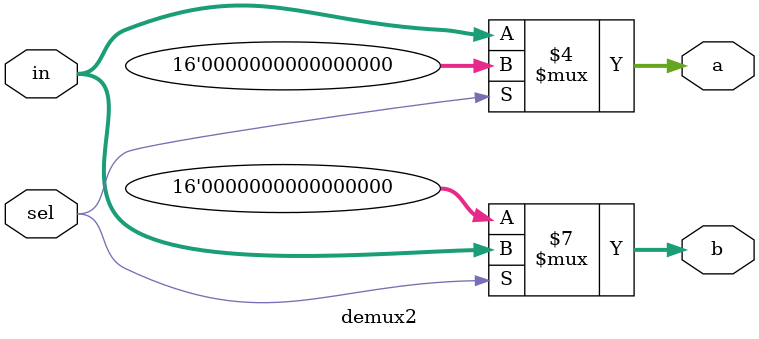
<source format=sv>
module demux2 #(parameter width = 16)
(
	input sel,
	input [width-1:0] in,
	output logic [width-1:0] a,b

);

always_comb 
begin
	a = '0;
	b = '0;
	if(sel == 0)
		a = in;
	else b = in;
end

endmodule : demux2
</source>
